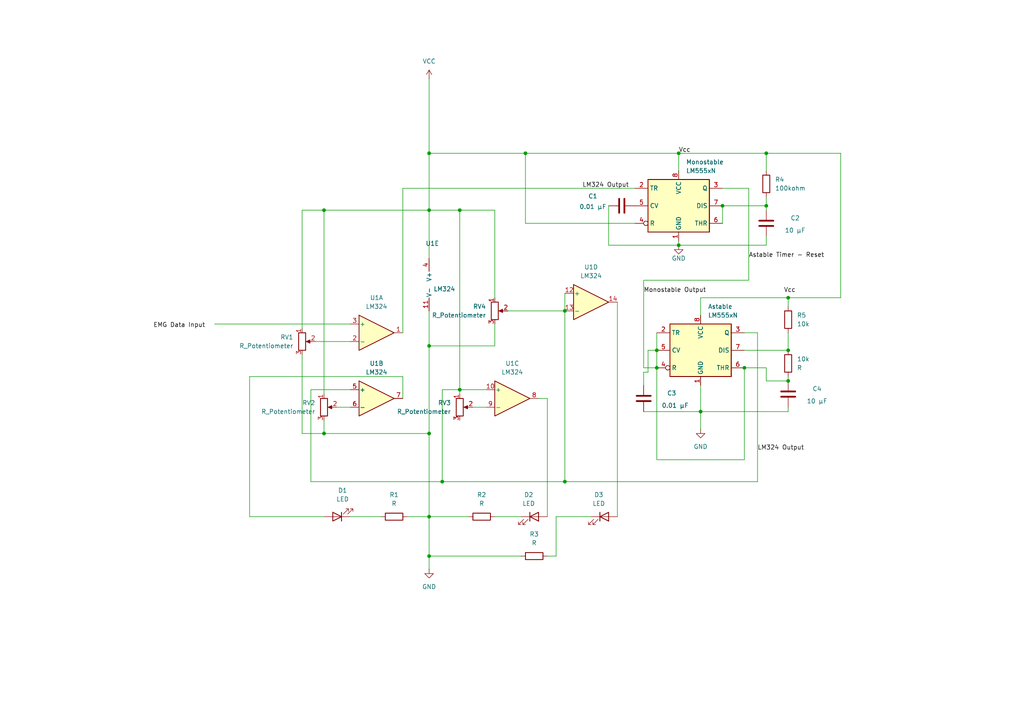
<source format=kicad_sch>
(kicad_sch (version 20250114) (generator "eeschema") (generator_version "9.0")
  (paper "A4")
  (lib_symbols
    (symbol "Amplifier_Operational:LM324" (pin_names (offset 0.127))
      (property "Reference" "U" (at 0 5.08 0))
      (property "Value" "LM324" (at 0 -5.08 0))
      (symbol "LM324_1_1"
        (polyline (pts (xy -5.08 5.08) (xy 5.08 0) (xy -5.08 -5.08) (xy -5.08 5.08)) (stroke (width 0.254)) (fill (type background)))
        (pin input line (at -7.62 2.54 0) (length 2.54) (name "+") (number "3"))
        (pin input line (at -7.62 -2.54 0) (length 2.54) (name "-") (number "2"))
        (pin output line (at 7.62 0 180) (length 2.54) (name "~") (number "1"))
      )
      (symbol "LM324_2_1"
        (polyline (pts (xy -5.08 5.08) (xy 5.08 0) (xy -5.08 -5.08) (xy -5.08 5.08)) (stroke (width 0.254)) (fill (type background)))
        (pin input line (at -7.62 2.54 0) (length 2.54) (name "+") (number "5"))
        (pin input line (at -7.62 -2.54 0) (length 2.54) (name "-") (number "6"))
        (pin output line (at 7.62 0 180) (length 2.54) (name "~") (number "7"))
      )
      (symbol "LM324_3_1"
        (polyline (pts (xy -5.08 5.08) (xy 5.08 0) (xy -5.08 -5.08) (xy -5.08 5.08)) (stroke (width 0.254)) (fill (type background)))
        (pin input line (at -7.62 2.54 0) (length 2.54) (name "+") (number "10"))
        (pin input line (at -7.62 -2.54 0) (length 2.54) (name "-") (number "9"))
        (pin output line (at 7.62 0 180) (length 2.54) (name "~") (number "8"))
      )
      (symbol "LM324_4_1"
        (polyline (pts (xy -5.08 5.08) (xy 5.08 0) (xy -5.08 -5.08) (xy -5.08 5.08)) (stroke (width 0.254)) (fill (type background)))
        (pin input line (at -7.62 2.54 0) (length 2.54) (name "+") (number "12"))
        (pin input line (at -7.62 -2.54 0) (length 2.54) (name "-") (number "13"))
        (pin output line (at 7.62 0 180) (length 2.54) (name "~") (number "14"))
      )
      (symbol "LM324_5_1"
        (pin power_in line (at -2.54 7.62 270) (length 3.81) (name "V+") (number "4"))
        (pin power_in line (at -2.54 -7.62 90) (length 3.81) (name "V-") (number "11"))
      )
    )
    (symbol "Device:C" (pin_numbers (hide yes)) (pin_names (offset 0.254))
      (property "Reference" "C" (at 0.635 2.54 0))
      (property "Value" "C" (at 0.635 -2.54 0))
      (symbol "C_0_1"
        (polyline (pts (xy -2.032 0.762) (xy 2.032 0.762)) (stroke (width 0.508)))
        (polyline (pts (xy -2.032 -0.762) (xy 2.032 -0.762)) (stroke (width 0.508)))
      )
      (symbol "C_1_1"
        (pin passive line (at 0 3.81 270) (length 2.794) (name "~") (number "1"))
        (pin passive line (at 0 -3.81 90) (length 2.794) (name "~") (number "2"))
      )
    )
    (symbol "Device:LED" (pin_numbers (hide yes)) (pin_names (offset 1.016) (hide yes))
      (property "Reference" "D" (at 0 2.54 0))
      (property "Value" "LED" (at 0 -2.54 0))
      (symbol "LED_0_1"
        (polyline (pts (xy -3.048 -0.762) (xy -4.572 -2.286) (xy -3.81 -2.286) (xy -4.572 -2.286) (xy -4.572 -1.524)))
        (polyline (pts (xy -1.778 -0.762) (xy -3.302 -2.286) (xy -2.54 -2.286) (xy -3.302 -2.286) (xy -3.302 -1.524)))
        (polyline (pts (xy -1.27 0) (xy 1.27 0)))
        (polyline (pts (xy -1.27 -1.27) (xy -1.27 1.27)) (stroke (width 0.254)))
        (polyline (pts (xy 1.27 -1.27) (xy 1.27 1.27) (xy -1.27 0) (xy 1.27 -1.27)) (stroke (width 0.254)))
      )
      (symbol "LED_1_1"
        (pin passive line (at -3.81 0 0) (length 2.54) (name "K") (number "1"))
        (pin passive line (at 3.81 0 180) (length 2.54) (name "A") (number "2"))
      )
    )
    (symbol "Device:R" (pin_numbers (hide yes)) (pin_names (offset 0))
      (property "Reference" "R" (at 2.032 0 90))
      (property "Value" "R" (at 0 0 90))
      (symbol "R_0_1"
        (rectangle (start -1.016 -2.54) (end 1.016 2.54) (stroke (width 0.254)))
      )
      (symbol "R_1_1"
        (pin passive line (at 0 3.81 270) (length 1.27) (name "~") (number "1"))
        (pin passive line (at 0 -3.81 90) (length 1.27) (name "~") (number "2"))
      )
    )
    (symbol "Device:R_Potentiometer" (pin_names (offset 1.016) (hide yes))
      (property "Reference" "RV" (at -4.445 0 90))
      (property "Value" "R_Potentiometer" (at -2.54 0 90))
      (symbol "R_Potentiometer_0_1"
        (rectangle (start 1.016 2.54) (end -1.016 -2.54) (stroke (width 0.254)))
        (polyline (pts (xy 1.143 0) (xy 2.286 0.508) (xy 2.286 -0.508) (xy 1.143 0)) (fill (type outline)))
        (polyline (pts (xy 2.54 0) (xy 1.524 0)))
      )
      (symbol "R_Potentiometer_1_1"
        (pin passive line (at 0 3.81 270) (length 1.27) (name "1") (number "1"))
        (pin passive line (at 0 -3.81 90) (length 1.27) (name "3") (number "3"))
        (pin passive line (at 3.81 0 180) (length 1.27) (name "2") (number "2"))
      )
    )
    (symbol "Timer:LM555xN"
      (property "Reference" "U" (at -10.16 8.89 0))
      (property "Value" "LM555xN" (at 2.54 8.89 0))
      (symbol "LM555xN_0_0"
        (pin power_in line (at 0 10.16 270) (length 2.54) (name "VCC") (number "8"))
        (pin power_in line (at 0 -10.16 90) (length 2.54) (name "GND") (number "1"))
      )
      (symbol "LM555xN_0_1"
        (rectangle (start -8.89 -7.62) (end 8.89 7.62) (stroke (width 0.254)) (fill (type background)))
        (rectangle (start -8.89 -7.62) (end 8.89 7.62) (stroke (width 0.254)) (fill (type background)))
      )
      (symbol "LM555xN_1_1"
        (pin input line (at -12.7 5.08 0) (length 3.81) (name "TR") (number "2"))
        (pin input line (at -12.7 0 0) (length 3.81) (name "CV") (number "5"))
        (pin input inverted (at -12.7 -5.08 0) (length 3.81) (name "R") (number "4"))
        (pin output line (at 12.7 5.08 180) (length 3.81) (name "Q") (number "3"))
        (pin input line (at 12.7 0 180) (length 3.81) (name "DIS") (number "7"))
        (pin input line (at 12.7 -5.08 180) (length 3.81) (name "THR") (number "6"))
      )
    )
    (symbol "power:GND" (power) (pin_numbers (hide yes)) (pin_names (offset 0) (hide yes))
      (property "Value" "GND" (at 0 -3.81 0))
      (symbol "GND_0_1"
        (polyline (pts (xy 0 0) (xy 0 -1.27) (xy 1.27 -1.27) (xy 0 -2.54) (xy -1.27 -1.27) (xy 0 -1.27)))
      )
      (symbol "GND_1_1"
        (pin power_in line (at 0 0 270) (length 0) (name "~") (number "1"))
      )
    )
    (symbol "power:VCC" (power) (pin_numbers (hide yes)) (pin_names (offset 0) (hide yes))
      (property "Value" "VCC" (at 0 3.556 0))
      (symbol "VCC_0_1"
        (polyline (pts (xy -0.762 1.27) (xy 0 2.54)))
        (polyline (pts (xy 0 2.54) (xy 0.762 1.27)))
        (polyline (pts (xy 0 0) (xy 0 2.54)))
      )
      (symbol "VCC_1_1"
        (pin power_in line (at 0 0 90) (length 0) (name "~") (number "1"))
      )
    )
  )
  (junction (at 133.35 60.96))
  (junction (at 128.27 139.7))
  (junction (at 133.35 113.03))
  (junction (at 190.5 101.6))
  (junction (at 124.46 60.96))
  (junction (at 203.2 119.38))
  (junction (at 152.4 44.45))
  (junction (at 228.6 86.36))
  (junction (at 222.25 59.69))
  (junction (at 124.46 149.86))
  (junction (at 124.46 100.33))
  (junction (at 163.83 90.17))
  (junction (at 228.6 101.6))
  (junction (at 209.55 59.69))
  (junction (at 222.25 44.45))
  (junction (at 196.85 44.45))
  (junction (at 124.46 161.29))
  (junction (at 124.46 44.45))
  (junction (at 190.5 106.68))
  (junction (at 93.98 60.96))
  (junction (at 215.9 106.68))
  (junction (at 124.46 125.73))
  (junction (at 93.98 125.73))
  (junction (at 163.83 139.7))
  (junction (at 228.6 110.49))
  (junction (at 196.85 71.12))
  (wire (pts (xy 93.98 60.96) (xy 124.46 60.96)))
  (wire (pts (xy 163.83 85.09) (xy 163.83 90.17)))
  (wire (pts (xy 93.98 121.92) (xy 93.98 125.73)))
  (wire (pts (xy 152.4 44.45) (xy 196.85 44.45)))
  (wire (pts (xy 97.79 118.11) (xy 101.6 118.11)))
  (wire (pts (xy 215.9 106.68) (xy 222.25 106.68)))
  (wire (pts (xy 124.46 22.86) (xy 124.46 44.45)))
  (wire (pts (xy 128.27 139.7) (xy 163.83 139.7)))
  (wire (pts (xy 243.84 44.45) (xy 222.25 44.45)))
  (wire (pts (xy 203.2 119.38) (xy 203.2 111.76)))
  (wire (pts (xy 203.2 86.36) (xy 228.6 86.36)))
  (wire (pts (xy 243.84 86.36) (xy 243.84 44.45)))
  (wire (pts (xy 93.98 125.73) (xy 124.46 125.73)))
  (wire (pts (xy 116.84 96.52) (xy 116.84 54.61)))
  (wire (pts (xy 228.6 96.52) (xy 228.6 101.6)))
  (wire (pts (xy 87.63 102.87) (xy 87.63 125.73)))
  (wire (pts (xy 72.39 149.86) (xy 93.98 149.86)))
  (wire (pts (xy 187.96 101.6) (xy 187.96 107.95)))
  (wire (pts (xy 219.71 139.7) (xy 219.71 96.52)))
  (wire (pts (xy 222.25 106.68) (xy 222.25 110.49)))
  (wire (pts (xy 87.63 125.73) (xy 93.98 125.73)))
  (wire (pts (xy 190.5 101.6) (xy 190.5 106.68)))
  (wire (pts (xy 222.25 59.69) (xy 222.25 57.15)))
  (wire (pts (xy 161.29 149.86) (xy 171.45 149.86)))
  (wire (pts (xy 184.15 64.77) (xy 152.4 64.77)))
  (wire (pts (xy 176.53 59.69) (xy 176.53 71.12)))
  (wire (pts (xy 190.5 96.52) (xy 190.5 101.6)))
  (wire (pts (xy 116.84 115.57) (xy 116.84 109.22)))
  (wire (pts (xy 143.51 86.36) (xy 143.51 60.96)))
  (wire (pts (xy 228.6 118.11) (xy 228.6 119.38)))
  (wire (pts (xy 203.2 91.44) (xy 203.2 86.36)))
  (wire (pts (xy 215.9 133.35) (xy 215.9 106.68)))
  (wire (pts (xy 161.29 149.86) (xy 161.29 161.29)))
  (wire (pts (xy 228.6 109.22) (xy 228.6 110.49)))
  (wire (pts (xy 209.55 59.69) (xy 209.55 64.77)))
  (wire (pts (xy 158.75 115.57) (xy 156.21 115.57)))
  (wire (pts (xy 124.46 125.73) (xy 124.46 149.86)))
  (wire (pts (xy 222.25 71.12) (xy 196.85 71.12)))
  (wire (pts (xy 116.84 54.61) (xy 184.15 54.61)))
  (wire (pts (xy 158.75 115.57) (xy 158.75 149.86)))
  (wire (pts (xy 163.83 139.7) (xy 219.71 139.7)))
  (wire (pts (xy 190.5 106.68) (xy 190.5 133.35)))
  (wire (pts (xy 215.9 101.6) (xy 228.6 101.6)))
  (wire (pts (xy 187.96 107.95) (xy 186.69 107.95)))
  (wire (pts (xy 163.83 90.17) (xy 147.32 90.17)))
  (wire (pts (xy 143.51 149.86) (xy 151.13 149.86)))
  (wire (pts (xy 124.46 60.96) (xy 124.46 74.93)))
  (wire (pts (xy 124.46 149.86) (xy 124.46 161.29)))
  (wire (pts (xy 133.35 113.03) (xy 128.27 113.03)))
  (wire (pts (xy 219.71 96.52) (xy 215.9 96.52)))
  (wire (pts (xy 90.17 113.03) (xy 90.17 139.7)))
  (wire (pts (xy 91.44 99.06) (xy 101.6 99.06)))
  (wire (pts (xy 124.46 44.45) (xy 124.46 60.96)))
  (wire (pts (xy 124.46 161.29) (xy 151.13 161.29)))
  (wire (pts (xy 222.25 44.45) (xy 196.85 44.45)))
  (wire (pts (xy 228.6 119.38) (xy 203.2 119.38)))
  (wire (pts (xy 118.11 149.86) (xy 124.46 149.86)))
  (wire (pts (xy 137.16 118.11) (xy 140.97 118.11)))
  (wire (pts (xy 209.55 59.69) (xy 222.25 59.69)))
  (wire (pts (xy 140.97 113.03) (xy 133.35 113.03)))
  (wire (pts (xy 152.4 44.45) (xy 152.4 64.77)))
  (wire (pts (xy 203.2 124.46) (xy 203.2 119.38)))
  (wire (pts (xy 116.84 109.22) (xy 72.39 109.22)))
  (wire (pts (xy 217.17 54.61) (xy 217.17 81.28)))
  (wire (pts (xy 161.29 161.29) (xy 158.75 161.29)))
  (wire (pts (xy 143.51 60.96) (xy 133.35 60.96)))
  (wire (pts (xy 186.69 81.28) (xy 186.69 106.68)))
  (wire (pts (xy 163.83 90.17) (xy 163.83 139.7)))
  (wire (pts (xy 101.6 149.86) (xy 110.49 149.86)))
  (wire (pts (xy 176.53 71.12) (xy 196.85 71.12)))
  (wire (pts (xy 186.69 106.68) (xy 190.5 106.68)))
  (wire (pts (xy 222.25 68.58) (xy 222.25 71.12)))
  (wire (pts (xy 196.85 69.85) (xy 196.85 71.12)))
  (wire (pts (xy 87.63 60.96) (xy 93.98 60.96)))
  (wire (pts (xy 186.69 119.38) (xy 203.2 119.38)))
  (wire (pts (xy 143.51 93.98) (xy 143.51 100.33)))
  (wire (pts (xy 124.46 149.86) (xy 135.89 149.86)))
  (wire (pts (xy 217.17 81.28) (xy 186.69 81.28)))
  (wire (pts (xy 124.46 90.17) (xy 124.46 100.33)))
  (wire (pts (xy 124.46 161.29) (xy 124.46 165.1)))
  (wire (pts (xy 222.25 49.53) (xy 222.25 44.45)))
  (wire (pts (xy 190.5 133.35) (xy 215.9 133.35)))
  (wire (pts (xy 133.35 114.3) (xy 133.35 113.03)))
  (wire (pts (xy 133.35 60.96) (xy 133.35 113.03)))
  (wire (pts (xy 133.35 60.96) (xy 124.46 60.96)))
  (wire (pts (xy 179.07 87.63) (xy 179.07 149.86)))
  (wire (pts (xy 228.6 86.36) (xy 243.84 86.36)))
  (wire (pts (xy 186.69 107.95) (xy 186.69 111.76)))
  (wire (pts (xy 62.23 93.98) (xy 101.6 93.98)))
  (wire (pts (xy 93.98 60.96) (xy 93.98 114.3)))
  (wire (pts (xy 222.25 60.96) (xy 222.25 59.69)))
  (wire (pts (xy 222.25 110.49) (xy 228.6 110.49)))
  (wire (pts (xy 128.27 113.03) (xy 128.27 139.7)))
  (wire (pts (xy 101.6 113.03) (xy 90.17 113.03)))
  (wire (pts (xy 196.85 44.45) (xy 196.85 49.53)))
  (wire (pts (xy 87.63 95.25) (xy 87.63 60.96)))
  (wire (pts (xy 190.5 101.6) (xy 187.96 101.6)))
  (wire (pts (xy 124.46 44.45) (xy 152.4 44.45)))
  (wire (pts (xy 228.6 86.36) (xy 228.6 88.9)))
  (wire (pts (xy 124.46 100.33) (xy 124.46 125.73)))
  (wire (pts (xy 124.46 100.33) (xy 143.51 100.33)))
  (wire (pts (xy 72.39 109.22) (xy 72.39 149.86)))
  (wire (pts (xy 209.55 54.61) (xy 217.17 54.61)))
  (wire (pts (xy 90.17 139.7) (xy 128.27 139.7)))
  (label "LM324 Output" (at 168.91 54.61 0))
  (label "LM324 Output" (at 219.71 130.81 0))
  (label "Astable Timer - Reset" (at 217.17 74.93 0))
  (label "Vcc" (at 227.33 85.09 0))
  (label "Monostable Output" (at 186.69 85.09 0))
  (label "Vcc" (at 196.85 44.45 0))
  (label "EMG Data Input" (at 44.45 95.25 0))
  (symbol (lib_id "Device:C") (at 228.6 114.3 180) (unit 1)
    (property "Reference" "C4" (at 236.982 112.776 0))
    (property "Value" "10 µF" (at 236.982 116.332 0))
    (property "Description" "Unpolarized capacitor" (effects (hide yes)))
  )
  (symbol (lib_id "Device:C") (at 180.34 59.69 270) (unit 1)
    (property "Reference" "C1" (at 171.958 56.896 90))
    (property "Value" "0.01 µF" (at 171.958 59.944 90))
    (property "Description" "Unpolarized capacitor" (effects (hide yes)))
  )
  (symbol (lib_id "power:VCC") (at 124.46 22.86 0) (unit 1)
    (property "Reference" "#PWR01" (effects (hide yes)))
    (property "Value" "VCC" (at 124.46 17.78 0))
    (property "Description" "Power symbol creates a global label with name \"VCC\"" (effects (hide yes)))
  )
  (symbol (lib_id "Device:LED") (at 154.94 149.86 0) (unit 1)
    (property "Reference" "D2" (at 153.3525 143.51 0))
    (property "Value" "LED" (at 153.3525 146.05 0))
    (property "Description" "Light emitting diode" (effects (hide yes)))
    (property "Sim.Pins" "1=K 2=A" (effects (hide yes)))
  )
  (symbol (lib_id "Amplifier_Operational:LM324") (at 127 82.55 0) (unit 5)
    (property "Reference" "U1" (at 123.444 70.612 0) (effects (justify left)))
    (property "Value" "LM324" (at 125.73 83.8199 0) (effects (justify left)))
    (property "Datasheet" "http://www.ti.com/lit/ds/symlink/lm2902-n.pdf" (effects (hide yes)))
    (property "Description" "Low-Power, Quad-Operational Amplifiers, DIP-14/SOIC-14/SSOP-14" (effects (hide yes)))
  )
  (symbol (lib_id "power:GND") (at 203.2 124.46 0) (unit 1)
    (property "Reference" "#PWR03" (effects (hide yes)))
    (property "Value" "GND" (at 203.2 129.54 0))
    (property "Description" "Power symbol creates a global label with name \"GND\" , ground" (effects (hide yes)))
  )
  (symbol (lib_id "Device:R_Potentiometer") (at 143.51 90.17 0) (unit 1)
    (property "Reference" "RV4" (at 140.97 88.8999 0) (effects (justify right)))
    (property "Value" "R_Potentiometer" (at 140.97 91.4399 0) (effects (justify right)))
    (property "Description" "Potentiometer" (effects (hide yes)))
  )
  (symbol (lib_id "Device:LED") (at 97.79 149.86 180) (unit 1)
    (property "Reference" "D1" (at 99.3775 142.24 0))
    (property "Value" "LED" (at 99.3775 144.78 0))
    (property "Description" "Light emitting diode" (effects (hide yes)))
    (property "Sim.Pins" "1=K 2=A" (effects (hide yes)))
  )
  (symbol (lib_id "Device:LED") (at 175.26 149.86 0) (unit 1)
    (property "Reference" "D3" (at 173.6725 143.51 0))
    (property "Value" "LED" (at 173.6725 146.05 0))
    (property "Description" "Light emitting diode" (effects (hide yes)))
    (property "Sim.Pins" "1=K 2=A" (effects (hide yes)))
  )
  (symbol (lib_id "Timer:LM555xN") (at 196.85 59.69 0) (unit 1)
    (property "Reference" "Monostable" (at 198.9933 46.99 0) (effects (justify left)))
    (property "Value" "LM555xN" (at 198.9933 49.53 0) (effects (justify left)))
    (property "Footprint" "Package_DIP:DIP-8_W7.62mm" (effects (hide yes)))
    (property "Datasheet" "http://www.ti.com/lit/ds/symlink/lm555.pdf" (effects (hide yes)))
    (property "Description" "Timer, 555 compatible, PDIP-8" (effects (hide yes)))
  )
  (symbol (lib_id "Device:R") (at 139.7 149.86 270) (unit 1)
    (property "Reference" "R2" (at 139.7 143.51 90))
    (property "Value" "R" (at 139.7 146.05 90))
    (property "Description" "Resistor" (effects (hide yes)))
  )
  (symbol (lib_id "Device:C") (at 186.69 115.57 180) (unit 1)
    (property "Reference" "C3" (at 194.818 114.046 0))
    (property "Value" "0.01 µF" (at 195.834 117.602 0))
    (property "Description" "Unpolarized capacitor" (effects (hide yes)))
  )
  (symbol (lib_id "Device:C") (at 222.25 64.77 180) (unit 1)
    (property "Reference" "C2" (at 230.632 63.246 0))
    (property "Value" "10 µF" (at 230.632 66.802 0))
    (property "Description" "Unpolarized capacitor" (effects (hide yes)))
  )
  (symbol (lib_id "power:GND") (at 196.85 71.12 0) (unit 1)
    (property "Reference" "#PWR04" (effects (hide yes)))
    (property "Value" "GND" (at 196.85 74.93 0))
    (property "Description" "Power symbol creates a global label with name \"GND\" , ground" (effects (hide yes)))
  )
  (symbol (lib_id "Device:R_Potentiometer") (at 93.98 118.11 0) (unit 1)
    (property "Reference" "RV2" (at 91.44 116.8399 0) (effects (justify right)))
    (property "Value" "R_Potentiometer" (at 91.44 119.3799 0) (effects (justify right)))
    (property "Description" "Potentiometer" (effects (hide yes)))
  )
  (symbol (lib_id "power:GND") (at 124.46 165.1 0) (unit 1)
    (property "Reference" "#PWR02" (effects (hide yes)))
    (property "Value" "GND" (at 124.46 170.18 0))
    (property "Description" "Power symbol creates a global label with name \"GND\" , ground" (effects (hide yes)))
  )
  (symbol (lib_id "Amplifier_Operational:LM324") (at 171.45 87.63 0) (unit 4)
    (property "Reference" "U1" (at 171.45 77.47 0))
    (property "Value" "LM324" (at 171.45 80.01 0))
    (property "Datasheet" "http://www.ti.com/lit/ds/symlink/lm2902-n.pdf" (effects (hide yes)))
    (property "Description" "Low-Power, Quad-Operational Amplifiers, DIP-14/SOIC-14/SSOP-14" (effects (hide yes)))
  )
  (symbol (lib_id "Device:R") (at 154.94 161.29 270) (unit 1)
    (property "Reference" "R3" (at 154.94 154.94 90))
    (property "Value" "R" (at 154.94 157.48 90))
    (property "Description" "Resistor" (effects (hide yes)))
  )
  (symbol (lib_id "Amplifier_Operational:LM324") (at 109.22 115.57 0) (unit 2)
    (property "Reference" "U1" (at 109.22 105.41 0))
    (property "Value" "LM324" (at 109.22 107.95 0))
    (property "Datasheet" "http://www.ti.com/lit/ds/symlink/lm2902-n.pdf" (effects (hide yes)))
    (property "Description" "Low-Power, Quad-Operational Amplifiers, DIP-14/SOIC-14/SSOP-14" (effects (hide yes)))
  )
  (symbol (lib_id "Device:R") (at 114.3 149.86 90) (unit 1)
    (property "Reference" "R1" (at 114.3 143.51 90))
    (property "Value" "R" (at 114.3 146.05 90))
    (property "Description" "Resistor" (effects (hide yes)))
  )
  (symbol (lib_id "Amplifier_Operational:LM324") (at 148.59 115.57 0) (unit 3)
    (property "Reference" "U1" (at 148.59 105.41 0))
    (property "Value" "LM324" (at 148.59 107.95 0))
    (property "Datasheet" "http://www.ti.com/lit/ds/symlink/lm2902-n.pdf" (effects (hide yes)))
    (property "Description" "Low-Power, Quad-Operational Amplifiers, DIP-14/SOIC-14/SSOP-14" (effects (hide yes)))
  )
  (symbol (lib_id "Amplifier_Operational:LM324") (at 109.22 96.52 0) (unit 1)
    (property "Reference" "U1" (at 109.22 86.36 0))
    (property "Value" "LM324" (at 109.22 88.9 0))
    (property "Datasheet" "http://www.ti.com/lit/ds/symlink/lm2902-n.pdf" (effects (hide yes)))
    (property "Description" "Low-Power, Quad-Operational Amplifiers, DIP-14/SOIC-14/SSOP-14" (effects (hide yes)))
  )
  (symbol (lib_id "Device:R") (at 228.6 92.71 180) (unit 1)
    (property "Reference" "R5" (at 231.14 91.4399 0) (effects (justify right)))
    (property "Value" "10k" (at 231.14 93.9799 0) (effects (justify right)))
    (property "Description" "Resistor" (effects (hide yes)))
  )
  (symbol (lib_id "Timer:LM555xN") (at 203.2 101.6 0) (unit 1)
    (property "Reference" "Astable" (at 205.3433 88.9 0) (effects (justify left)))
    (property "Value" "LM555xN" (at 205.3433 91.44 0) (effects (justify left)))
    (property "Footprint" "Package_DIP:DIP-8_W7.62mm" (effects (hide yes)))
    (property "Datasheet" "http://www.ti.com/lit/ds/symlink/lm555.pdf" (effects (hide yes)))
    (property "Description" "Timer, 555 compatible, PDIP-8" (effects (hide yes)))
  )
  (symbol (lib_id "Device:R_Potentiometer") (at 87.63 99.06 0) (unit 1)
    (property "Reference" "RV1" (at 85.09 97.7899 0) (effects (justify right)))
    (property "Value" "R_Potentiometer" (at 85.09 100.3299 0) (effects (justify right)))
    (property "Description" "Potentiometer" (effects (hide yes)))
  )
  (symbol (lib_id "Device:R") (at 228.6 105.41 180) (unit 1)
    (property "Reference" "10k" (at 231.14 104.1399 0) (effects (justify right)))
    (property "Value" "R" (at 231.14 106.6799 0) (effects (justify right)))
    (property "Description" "Resistor" (effects (hide yes)))
  )
  (symbol (lib_id "Device:R_Potentiometer") (at 133.35 118.11 0) (unit 1)
    (property "Reference" "RV3" (at 130.81 116.8399 0) (effects (justify right)))
    (property "Value" "R_Potentiometer" (at 130.81 119.3799 0) (effects (justify right)))
    (property "Description" "Potentiometer" (effects (hide yes)))
  )
  (symbol (lib_id "Device:R") (at 222.25 53.34 180) (unit 1)
    (property "Reference" "R4" (at 224.79 52.0699 0) (effects (justify right)))
    (property "Value" "100kohm" (at 224.79 54.6099 0) (effects (justify right)))
    (property "Description" "Resistor" (effects (hide yes)))
  )
)
</source>
